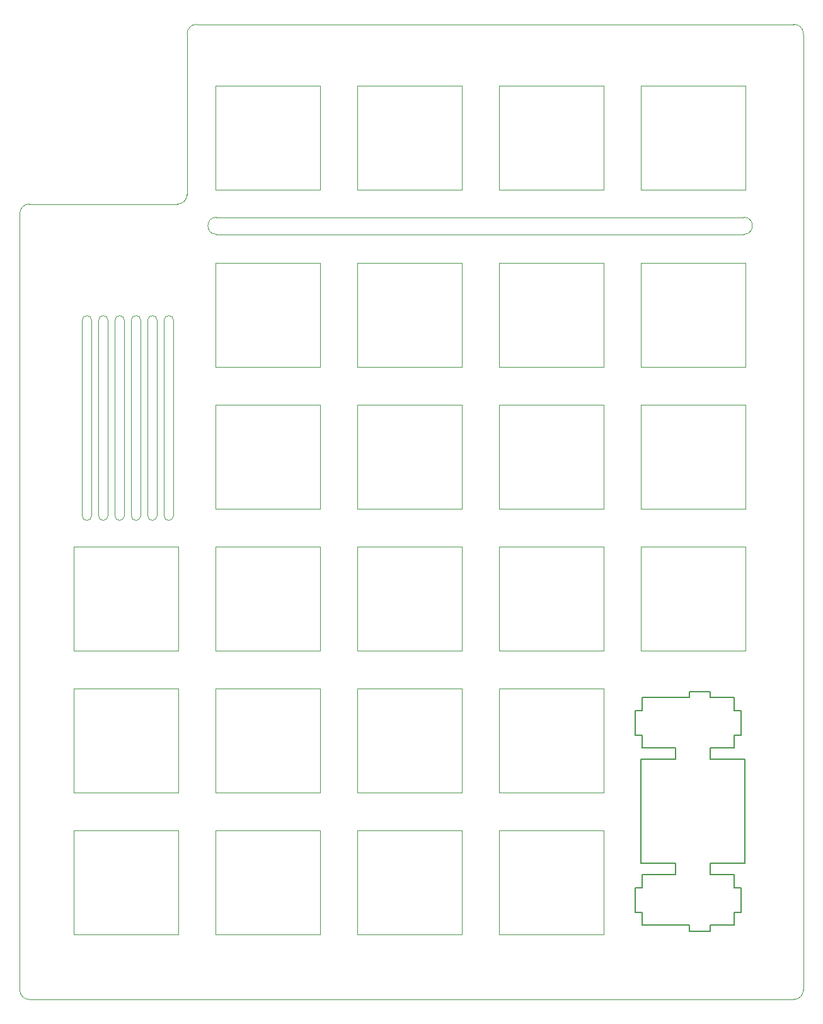
<source format=gko>
%TF.GenerationSoftware,KiCad,Pcbnew,(5.1.7-0-10_14)*%
%TF.CreationDate,2020-12-01T22:45:17+09:00*%
%TF.ProjectId,contender_plate,636f6e74-656e-4646-9572-5f706c617465,rev?*%
%TF.SameCoordinates,Original*%
%TF.FileFunction,Profile,NP*%
%FSLAX46Y46*%
G04 Gerber Fmt 4.6, Leading zero omitted, Abs format (unit mm)*
G04 Created by KiCad (PCBNEW (5.1.7-0-10_14)) date 2020-12-01 22:45:17*
%MOMM*%
%LPD*%
G01*
G04 APERTURE LIST*
%TA.AperFunction,Profile*%
%ADD10C,0.200000*%
%TD*%
%TA.AperFunction,Profile*%
%ADD11C,0.120000*%
%TD*%
%TA.AperFunction,Profile*%
%ADD12C,0.050000*%
%TD*%
G04 APERTURE END LIST*
D10*
X125336600Y-130755800D02*
X125336600Y-144755300D01*
X134636900Y-121655200D02*
X131836899Y-121655200D01*
X134636900Y-122480600D02*
X134636900Y-121655200D01*
X137866900Y-122480600D02*
X134636900Y-122480600D01*
X137866900Y-124206000D02*
X137866900Y-122480600D01*
X138786300Y-124206000D02*
X137866900Y-124206000D01*
X138786300Y-127505000D02*
X138786300Y-124206000D01*
X137866900Y-127505000D02*
X138786300Y-127505000D01*
X137866900Y-129230300D02*
X137866900Y-127505000D01*
X134636900Y-129230300D02*
X137866900Y-129230300D01*
X134636900Y-130755800D02*
X134636900Y-129230300D01*
X139335900Y-130755800D02*
X134636900Y-130755800D01*
X139335900Y-144755300D02*
X139335900Y-130755800D01*
X134636900Y-144755300D02*
X139335900Y-144755300D01*
X134636900Y-146280800D02*
X134636900Y-144755300D01*
X137866900Y-146280800D02*
X134636900Y-146280800D01*
X137866900Y-148006050D02*
X137866900Y-146280800D01*
X138786300Y-148006050D02*
X137866900Y-148006050D01*
X138786300Y-151305090D02*
X138786300Y-148006050D01*
X125566600Y-153030380D02*
X131836899Y-153030380D01*
X125566600Y-151305090D02*
X125566600Y-153030380D01*
X124587000Y-151305090D02*
X125566600Y-151305090D01*
X124587000Y-148006050D02*
X124587000Y-151305090D01*
X125566600Y-148006050D02*
X124587000Y-148006050D01*
X125566600Y-146280800D02*
X125566600Y-148006050D01*
X130037000Y-146280800D02*
X125566600Y-146280800D01*
X130037000Y-144755300D02*
X130037000Y-146280800D01*
X125336600Y-144755300D02*
X130037000Y-144755300D01*
X130037000Y-130755800D02*
X125336600Y-130755800D01*
X130037000Y-129230300D02*
X130037000Y-130755800D01*
X125566600Y-129230300D02*
X130037000Y-129230300D01*
X137866900Y-151305090D02*
X138786300Y-151305090D01*
X137866900Y-153030380D02*
X137866900Y-151305090D01*
X134636900Y-153030380D02*
X137866900Y-153030380D01*
X134636900Y-153855830D02*
X134636900Y-153030380D01*
X131836899Y-153855830D02*
X134636900Y-153855830D01*
X131836899Y-153030380D02*
X131836899Y-153855830D01*
X125566600Y-124206000D02*
X124587000Y-124206000D01*
X125566600Y-122480600D02*
X125566600Y-124206000D01*
X131836899Y-122480600D02*
X125566600Y-122480600D01*
X131836899Y-121655200D02*
X131836899Y-122480600D01*
X125566600Y-127505000D02*
X125566600Y-129230300D01*
X124587000Y-127505000D02*
X125566600Y-127505000D01*
X124587000Y-124206000D02*
X124587000Y-127505000D01*
D11*
X61292000Y-98044000D02*
X61292000Y-71818500D01*
X59092000Y-98044000D02*
X59092000Y-71818500D01*
X56892000Y-98044000D02*
X56892000Y-71818500D01*
X54692000Y-98044000D02*
X54692000Y-71818500D01*
X52492000Y-98044000D02*
X52492000Y-71818500D01*
X61292000Y-71818500D02*
G75*
G02*
X62562000Y-71818500I635000J0D01*
G01*
X59092000Y-71818500D02*
G75*
G02*
X60362000Y-71818500I635000J0D01*
G01*
X56892000Y-71818500D02*
G75*
G02*
X58162000Y-71818500I635000J0D01*
G01*
X54692000Y-71818500D02*
G75*
G02*
X55962000Y-71818500I635000J0D01*
G01*
X52492000Y-71818500D02*
G75*
G02*
X53762000Y-71818500I635000J0D01*
G01*
X62562000Y-98044000D02*
G75*
G02*
X61292000Y-98044000I-635000J0D01*
G01*
X60362000Y-98044000D02*
G75*
G02*
X59092000Y-98044000I-635000J0D01*
G01*
X58162000Y-98044000D02*
G75*
G02*
X56892000Y-98044000I-635000J0D01*
G01*
X55962000Y-98044000D02*
G75*
G02*
X54692000Y-98044000I-635000J0D01*
G01*
X53762000Y-98044000D02*
G75*
G02*
X52492000Y-98044000I-635000J0D01*
G01*
X62562000Y-98044000D02*
X62562000Y-71818500D01*
X60362000Y-98044000D02*
X60362000Y-71818500D01*
X58162000Y-98044000D02*
X58162000Y-71818500D01*
X55962000Y-98044000D02*
X55962000Y-71818500D01*
X53762000Y-98044000D02*
X53762000Y-71818500D01*
X50292000Y-71818500D02*
G75*
G02*
X51562000Y-71818500I635000J0D01*
G01*
X50292000Y-98044000D02*
X50292000Y-71818500D01*
D12*
X147193000Y-161734500D02*
X147193000Y-33337500D01*
X41910000Y-57467500D02*
X41910000Y-161734500D01*
X43180000Y-163004500D02*
X145923000Y-163004500D01*
X65659000Y-32067500D02*
X145923000Y-32067500D01*
X64389000Y-33337500D02*
X64389000Y-54927500D01*
X63119000Y-56197500D02*
X43180000Y-56197500D01*
X145923000Y-32067500D02*
G75*
G02*
X147193000Y-33337500I0J-1270000D01*
G01*
X147193000Y-161734500D02*
G75*
G02*
X145923000Y-163004500I-1270000J0D01*
G01*
X43180000Y-163004500D02*
G75*
G02*
X41910000Y-161734500I0J1270000D01*
G01*
X41910000Y-57467500D02*
G75*
G02*
X43180000Y-56197500I1270000J0D01*
G01*
X64389000Y-33337500D02*
G75*
G02*
X65659000Y-32067500I1270000J0D01*
G01*
X64389000Y-54927500D02*
G75*
G02*
X63119000Y-56197500I-1270000J0D01*
G01*
D11*
X87284000Y-40279500D02*
X101284000Y-40279500D01*
X101284000Y-40279500D02*
X101284000Y-54279500D01*
X87284000Y-54279500D02*
X101284000Y-54279500D01*
X87284000Y-40279500D02*
X87284000Y-54279500D01*
X120334000Y-40279500D02*
X120334000Y-54279500D01*
X139384000Y-40279500D02*
X139384000Y-54279500D01*
X106334000Y-40279500D02*
X120334000Y-40279500D01*
X125384000Y-40279500D02*
X139384000Y-40279500D01*
X106334000Y-40279500D02*
X106334000Y-54279500D01*
X125384000Y-40279500D02*
X125384000Y-54279500D01*
X106334000Y-54279500D02*
X120334000Y-54279500D01*
X125384000Y-54279500D02*
X139384000Y-54279500D01*
X82234000Y-40279500D02*
X82234000Y-54279500D01*
X68234000Y-40279500D02*
X82234000Y-40279500D01*
X68234000Y-40279500D02*
X68234000Y-54279500D01*
X68234000Y-54279500D02*
X82234000Y-54279500D01*
X68234000Y-64089500D02*
X68234000Y-78089500D01*
X68234000Y-64089500D02*
X82234000Y-64089500D01*
X82234000Y-64089500D02*
X82234000Y-78089500D01*
X68234000Y-78089500D02*
X82234000Y-78089500D01*
X87284000Y-78089500D02*
X101284000Y-78089500D01*
X106334000Y-78089500D02*
X120334000Y-78089500D01*
X125384000Y-78089500D02*
X139384000Y-78089500D01*
X68234000Y-97139500D02*
X82234000Y-97139500D01*
X87284000Y-97139500D02*
X101284000Y-97139500D01*
X106334000Y-97139500D02*
X120334000Y-97139500D01*
X125384000Y-97139500D02*
X139384000Y-97139500D01*
X68234000Y-116189500D02*
X82234000Y-116189500D01*
X87284000Y-116189500D02*
X101284000Y-116189500D01*
X106334000Y-116189500D02*
X120334000Y-116189500D01*
X125384000Y-116189500D02*
X139384000Y-116189500D01*
X101284000Y-64089500D02*
X101284000Y-78089500D01*
X120334000Y-64089500D02*
X120334000Y-78089500D01*
X139384000Y-64089500D02*
X139384000Y-78089500D01*
X82234000Y-83139500D02*
X82234000Y-97139500D01*
X101284000Y-83139500D02*
X101284000Y-97139500D01*
X120334000Y-83139500D02*
X120334000Y-97139500D01*
X139384000Y-83139500D02*
X139384000Y-97139500D01*
X82234000Y-102189500D02*
X82234000Y-116189500D01*
X101284000Y-102189500D02*
X101284000Y-116189500D01*
X120334000Y-102189500D02*
X120334000Y-116189500D01*
X139384000Y-102189500D02*
X139384000Y-116189500D01*
X87284000Y-64089500D02*
X87284000Y-78089500D01*
X106334000Y-64089500D02*
X106334000Y-78089500D01*
X125384000Y-64089500D02*
X125384000Y-78089500D01*
X68234000Y-83139500D02*
X68234000Y-97139500D01*
X87284000Y-83139500D02*
X87284000Y-97139500D01*
X106334000Y-83139500D02*
X106334000Y-97139500D01*
X125384000Y-83139500D02*
X125384000Y-97139500D01*
X68234000Y-102189500D02*
X68234000Y-116189500D01*
X87284000Y-102189500D02*
X87284000Y-116189500D01*
X106334000Y-102189500D02*
X106334000Y-116189500D01*
X125384000Y-102189500D02*
X125384000Y-116189500D01*
X87284000Y-64089500D02*
X101284000Y-64089500D01*
X106334000Y-64089500D02*
X120334000Y-64089500D01*
X125384000Y-64089500D02*
X139384000Y-64089500D01*
X68234000Y-83139500D02*
X82234000Y-83139500D01*
X87284000Y-83139500D02*
X101284000Y-83139500D01*
X106334000Y-83139500D02*
X120334000Y-83139500D01*
X125384000Y-83139500D02*
X139384000Y-83139500D01*
X68234000Y-102189500D02*
X82234000Y-102189500D01*
X87284000Y-102189500D02*
X101284000Y-102189500D01*
X106334000Y-102189500D02*
X120334000Y-102189500D01*
X125384000Y-102189500D02*
X139384000Y-102189500D01*
X49184000Y-116189500D02*
X63184000Y-116189500D01*
X68234000Y-135239500D02*
X82234000Y-135239500D01*
X49184000Y-135239500D02*
X63184000Y-135239500D01*
X49184000Y-154289500D02*
X63184000Y-154289500D01*
X63184000Y-102189500D02*
X63184000Y-116189500D01*
X82234000Y-121239500D02*
X82234000Y-135239500D01*
X63184000Y-121239500D02*
X63184000Y-135239500D01*
X82234000Y-140289500D02*
X82234000Y-154289500D01*
X63184000Y-140289500D02*
X63184000Y-154289500D01*
X49184000Y-102189500D02*
X49184000Y-116189500D01*
X68234000Y-121239500D02*
X68234000Y-135239500D01*
X49184000Y-121239500D02*
X49184000Y-135239500D01*
X49184000Y-140289500D02*
X49184000Y-154289500D01*
X49184000Y-102189500D02*
X63184000Y-102189500D01*
X68234000Y-121239500D02*
X82234000Y-121239500D01*
X49184000Y-121239500D02*
X63184000Y-121239500D01*
X49184000Y-140289500D02*
X63184000Y-140289500D01*
X101284000Y-121239500D02*
X101284000Y-135239500D01*
X120334000Y-121239500D02*
X120334000Y-135239500D01*
X101284000Y-140289500D02*
X101284000Y-154289500D01*
X120334000Y-140289500D02*
X120334000Y-154289500D01*
X87284000Y-135239500D02*
X101284000Y-135239500D01*
X106334000Y-135239500D02*
X120334000Y-135239500D01*
X68234000Y-154289500D02*
X82234000Y-154289500D01*
X87284000Y-154289500D02*
X101284000Y-154289500D01*
X106334000Y-154289500D02*
X120334000Y-154289500D01*
X87284000Y-121239500D02*
X87284000Y-135239500D01*
X106334000Y-121239500D02*
X106334000Y-135239500D01*
X68234000Y-140289500D02*
X68234000Y-154289500D01*
X87284000Y-140289500D02*
X87284000Y-154289500D01*
X106334000Y-140289500D02*
X106334000Y-154289500D01*
X87284000Y-121239500D02*
X101284000Y-121239500D01*
X106334000Y-121239500D02*
X120334000Y-121239500D01*
X68234000Y-140289500D02*
X82234000Y-140289500D01*
X87284000Y-140289500D02*
X101284000Y-140289500D01*
X106334000Y-140289500D02*
X120334000Y-140289500D01*
X51562000Y-98044000D02*
X51562000Y-71818500D01*
X51562000Y-98044000D02*
G75*
G02*
X50292000Y-98044000I-635000J0D01*
G01*
X68326000Y-60261500D02*
G75*
G02*
X68326000Y-57975500I0J1143000D01*
G01*
X68326000Y-57975500D02*
X139192000Y-57975499D01*
X68326000Y-60261500D02*
X139192000Y-60261499D01*
X139192000Y-57975499D02*
G75*
G02*
X139192000Y-60261499I0J-1143000D01*
G01*
M02*

</source>
